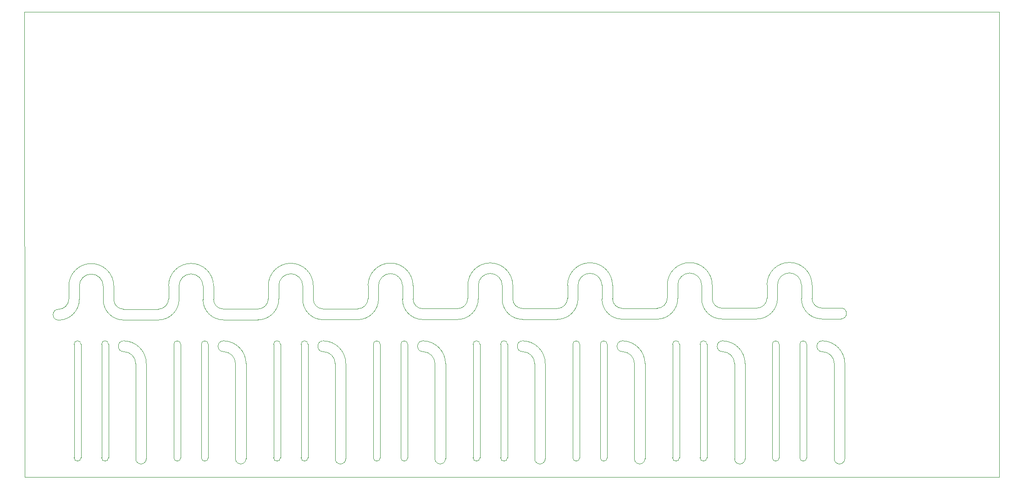
<source format=gbr>
G04 #@! TF.GenerationSoftware,KiCad,Pcbnew,8.0.4-8.0.4-0~ubuntu22.04.1*
G04 #@! TF.CreationDate,2024-08-18T17:23:00+12:00*
G04 #@! TF.ProjectId,PicoPLC,5069636f-504c-4432-9e6b-696361645f70,rev?*
G04 #@! TF.SameCoordinates,Original*
G04 #@! TF.FileFunction,Profile,NP*
%FSLAX46Y46*%
G04 Gerber Fmt 4.6, Leading zero omitted, Abs format (unit mm)*
G04 Created by KiCad (PCBNEW 8.0.4-8.0.4-0~ubuntu22.04.1) date 2024-08-18 17:23:00*
%MOMM*%
%LPD*%
G01*
G04 APERTURE LIST*
G04 #@! TA.AperFunction,Profile*
%ADD10C,0.050000*%
G04 #@! TD*
G04 APERTURE END LIST*
D10*
X177501234Y-109070000D02*
G75*
G02*
X179705000Y-106866234I2203766J0D01*
G01*
X182880000Y-140970000D02*
G75*
G02*
X181610000Y-140970000I-635000J0D01*
G01*
X148875000Y-121385000D02*
G75*
G02*
X148875000Y-119383600I0J1000700D01*
G01*
X204185000Y-121385000D02*
G75*
G02*
X206390000Y-123590000I0J-2205000D01*
G01*
X83487080Y-109220000D02*
X83487080Y-111620781D01*
X194945000Y-120015000D02*
X194945000Y-140970000D01*
X140671234Y-111593020D02*
G75*
G02*
X136825000Y-115439234I-3846234J20D01*
G01*
X93580000Y-115499254D02*
G75*
G02*
X89834846Y-111754134I0J3745154D01*
G01*
X79374038Y-123590000D02*
X79374038Y-141160481D01*
X201295000Y-120015000D02*
X201295000Y-140970000D01*
X112045000Y-119383607D02*
G75*
G02*
X116204062Y-123590000I-47600J-4206393D01*
G01*
X56898000Y-144577500D02*
X236891000Y-144577500D01*
X148825000Y-115409254D02*
G75*
G02*
X145079846Y-111664134I0J3745154D01*
G01*
X118410000Y-113467861D02*
X111995000Y-113467861D01*
X200025000Y-120015000D02*
X200025000Y-140970000D01*
X157147080Y-109100000D02*
G75*
G02*
X161290000Y-104957080I4142920J0D01*
G01*
X83487080Y-111620781D02*
G75*
G02*
X81580000Y-113527880I-1907080J-19D01*
G01*
X198120000Y-106836234D02*
G75*
G02*
X200324966Y-109041234I0J-2204966D01*
G01*
X193977080Y-111440781D02*
G75*
G02*
X192070000Y-113347880I-1907080J-19D01*
G01*
X69215000Y-107046234D02*
G75*
G02*
X71419966Y-109250000I1200J-2203766D01*
G01*
X67011234Y-109250000D02*
X67011234Y-111713020D01*
X200025000Y-120015000D02*
G75*
G02*
X201295000Y-120015000I635000J0D01*
G01*
X148825000Y-113407861D02*
G75*
G02*
X147034039Y-111616899I0J1790961D01*
G01*
X84455000Y-120015000D02*
X84455000Y-140970000D01*
X159086234Y-109100000D02*
G75*
G02*
X161290000Y-106896234I2203766J0D01*
G01*
X93580000Y-113497861D02*
G75*
G02*
X91789039Y-111706899I0J1790961D01*
G01*
X72390000Y-120015000D02*
X72390000Y-140970000D01*
X192070000Y-113347861D02*
X185655000Y-113347861D01*
X204185000Y-119383607D02*
G75*
G02*
X208344062Y-123590000I-47600J-4206393D01*
G01*
X171449038Y-141160481D02*
G75*
G02*
X169494880Y-141160481I-977079J-3D01*
G01*
X101902080Y-111590781D02*
G75*
G02*
X99995000Y-113497880I-1907080J-19D01*
G01*
X124460000Y-106956234D02*
G75*
G02*
X126664966Y-109160000I1200J-2203766D01*
G01*
X71420000Y-109250000D02*
X71419880Y-111784134D01*
X181910000Y-109070000D02*
X181909880Y-111604134D01*
X97789038Y-123590000D02*
X97789038Y-141160481D01*
X89535000Y-120015000D02*
G75*
G02*
X90805000Y-120015000I635000J0D01*
G01*
X95835000Y-123590000D02*
X95834880Y-141160481D01*
X111995000Y-113467861D02*
G75*
G02*
X110204039Y-111676899I0J1790961D01*
G01*
X121285000Y-120015000D02*
X121285000Y-140970000D01*
X122256234Y-109160000D02*
G75*
G02*
X124460000Y-106956234I2203766J0D01*
G01*
X148875000Y-119383607D02*
G75*
G02*
X153034062Y-123590000I-47600J-4206393D01*
G01*
X111995000Y-115469254D02*
G75*
G02*
X108249846Y-111724134I0J3745154D01*
G01*
X163195000Y-120015000D02*
X163195000Y-140970000D01*
X130410000Y-113437861D02*
G75*
G02*
X128619039Y-111646899I0J1790961D01*
G01*
X107950000Y-120015000D02*
G75*
G02*
X109220000Y-120015000I635000J0D01*
G01*
X85426234Y-109220000D02*
G75*
G02*
X87630000Y-107016234I2203766J0D01*
G01*
X185655000Y-113347861D02*
G75*
G02*
X183864039Y-111556899I0J1790961D01*
G01*
X99995000Y-113497861D02*
X93580000Y-113497861D01*
X89535000Y-120015000D02*
X89535000Y-140970000D01*
X65072080Y-111650781D02*
G75*
G02*
X63165000Y-113557880I-1907080J-19D01*
G01*
X196215000Y-140970000D02*
G75*
G02*
X194945000Y-140970000I-635000J0D01*
G01*
X159086234Y-111563020D02*
G75*
G02*
X155240000Y-115409234I-3846234J20D01*
G01*
X181610000Y-120015000D02*
X181610000Y-140970000D01*
X130460000Y-119383607D02*
G75*
G02*
X134619062Y-123590000I-47600J-4206393D01*
G01*
X111995000Y-115469254D02*
X118410000Y-115469254D01*
X165449038Y-109116118D02*
X165449038Y-111586899D01*
X195916234Y-109040000D02*
X195916234Y-111503020D01*
X67310000Y-120015000D02*
X67310000Y-140970000D01*
X159086234Y-109100000D02*
X159086234Y-111563020D01*
X167240000Y-115379254D02*
X173655000Y-115379254D01*
X93630000Y-121385000D02*
G75*
G02*
X93630000Y-119383600I0J1000700D01*
G01*
X122555000Y-120015000D02*
X122555000Y-140970000D01*
X185770000Y-121385000D02*
G75*
G02*
X187975000Y-123590000I0J-2205000D01*
G01*
X120317080Y-109160000D02*
X120317080Y-111560781D01*
X195916234Y-111503020D02*
G75*
G02*
X192070000Y-115349234I-3846234J20D01*
G01*
X110204038Y-109206118D02*
X110204038Y-111676899D01*
X175562080Y-109070000D02*
G75*
G02*
X179705000Y-104927080I4142920J0D01*
G01*
X207645000Y-113317861D02*
X204070000Y-113317861D01*
X176530000Y-120015000D02*
X176530000Y-140970000D01*
X126665000Y-109160000D02*
X126664880Y-111694134D01*
X120317080Y-111560781D02*
G75*
G02*
X118410000Y-113467880I-1907080J-19D01*
G01*
X204070000Y-115319254D02*
X207645000Y-115319254D01*
X207645000Y-113317861D02*
G75*
G02*
X207645000Y-115319339I0J-1000739D01*
G01*
X65072080Y-109250000D02*
G75*
G02*
X69215000Y-105107080I4142920J0D01*
G01*
X109220000Y-140970000D02*
G75*
G02*
X107950000Y-140970000I-635000J0D01*
G01*
X138732080Y-111530781D02*
G75*
G02*
X136825000Y-113437880I-1907080J-19D01*
G01*
X179705000Y-104927080D02*
G75*
G02*
X183864020Y-109086118I0J-4159020D01*
G01*
X181610000Y-120015000D02*
G75*
G02*
X182880000Y-120015000I635000J0D01*
G01*
X106045000Y-105047080D02*
G75*
G02*
X110204020Y-109206118I0J-4159020D01*
G01*
X144780000Y-120015000D02*
G75*
G02*
X146050000Y-120015000I635000J0D01*
G01*
X103841234Y-109190000D02*
X103841234Y-111653020D01*
X66040000Y-120015000D02*
X66040000Y-140970000D01*
X193977080Y-109040000D02*
G75*
G02*
X198120000Y-104897080I4142920J0D01*
G01*
X130460000Y-121385000D02*
G75*
G02*
X130460000Y-119383600I0J1000700D01*
G01*
X177501234Y-111533020D02*
G75*
G02*
X173655000Y-115379234I-3846234J20D01*
G01*
X130460000Y-121385000D02*
G75*
G02*
X132665000Y-123590000I0J-2205000D01*
G01*
X114250000Y-123590000D02*
X114249880Y-141160481D01*
X161290000Y-106896234D02*
G75*
G02*
X163494966Y-109100000I1200J-2203766D01*
G01*
X208344038Y-123590000D02*
X208344038Y-141160481D01*
X122555000Y-140970000D02*
G75*
G02*
X121285000Y-140970000I-635000J0D01*
G01*
X89835000Y-109220000D02*
X89834880Y-111754134D01*
X144780000Y-120015000D02*
X144780000Y-140970000D01*
X202279038Y-109040000D02*
X202279038Y-111526899D01*
X206390000Y-123590000D02*
X206389880Y-141160481D01*
X204070000Y-113317861D02*
G75*
G02*
X202279039Y-111526899I0J1790961D01*
G01*
X75165000Y-115529254D02*
X81580000Y-115529254D01*
X75215000Y-119383607D02*
G75*
G02*
X79374062Y-123590000I-47600J-4206393D01*
G01*
X236891000Y-58577896D02*
X56891000Y-58577896D01*
X69215000Y-105107080D02*
G75*
G02*
X73374020Y-109266118I0J-4159020D01*
G01*
X167290000Y-119383607D02*
G75*
G02*
X171449062Y-123590000I-47600J-4206393D01*
G01*
X204070000Y-115319254D02*
G75*
G02*
X200324846Y-111574134I0J3745154D01*
G01*
X187975000Y-123590000D02*
X187974880Y-141160481D01*
X81580000Y-113527861D02*
X75165000Y-113527861D01*
X189929038Y-123590000D02*
X189929038Y-141160481D01*
X128619038Y-109176118D02*
X128619038Y-111646899D01*
X87630000Y-105077080D02*
G75*
G02*
X91789020Y-109236118I0J-4159020D01*
G01*
X151080000Y-123590000D02*
X151079880Y-141160481D01*
X177501234Y-109070000D02*
X177501234Y-111533020D01*
X93630000Y-121385000D02*
G75*
G02*
X95835000Y-123590000I0J-2205000D01*
G01*
X189929038Y-141160481D02*
G75*
G02*
X187974880Y-141160481I-977079J-3D01*
G01*
X146050000Y-140970000D02*
G75*
G02*
X144780000Y-140970000I-635000J0D01*
G01*
X106045000Y-106985000D02*
G75*
G02*
X108250000Y-109190000I0J-2205000D01*
G01*
X103841234Y-109190000D02*
G75*
G02*
X106045000Y-106985034I2204966J0D01*
G01*
X71120000Y-120015000D02*
G75*
G02*
X72390000Y-120015000I635000J0D01*
G01*
X84455000Y-120015000D02*
G75*
G02*
X85725000Y-120015000I635000J0D01*
G01*
X107950000Y-120015000D02*
X107950000Y-140970000D01*
X159385000Y-120015000D02*
X159385000Y-140970000D01*
X85426234Y-111683020D02*
G75*
G02*
X81580000Y-115529234I-3846234J20D01*
G01*
X136825000Y-113437861D02*
X130410000Y-113437861D01*
X175562080Y-109070000D02*
X175562080Y-111470781D01*
X134619038Y-141160481D02*
G75*
G02*
X132664880Y-141160481I-977079J-3D01*
G01*
X130410000Y-115439254D02*
X136825000Y-115439254D01*
X200325000Y-109041234D02*
X200324880Y-111574134D01*
X101902080Y-109190000D02*
X101902080Y-111590781D01*
X195916234Y-109040000D02*
G75*
G02*
X198120000Y-106836234I2203766J0D01*
G01*
X140970000Y-120015000D02*
X140970000Y-140970000D01*
X83487080Y-109220000D02*
G75*
G02*
X87630000Y-105077080I4142920J0D01*
G01*
X121285000Y-120015000D02*
G75*
G02*
X122555000Y-120015000I635000J0D01*
G01*
X75165000Y-115529254D02*
G75*
G02*
X71419846Y-111784134I0J3745154D01*
G01*
X67011234Y-111713020D02*
G75*
G02*
X63165000Y-115559234I-3846234J20D01*
G01*
X124460000Y-105017080D02*
G75*
G02*
X128619020Y-109176118I0J-4159020D01*
G01*
X185770000Y-121385000D02*
G75*
G02*
X185770000Y-119383600I0J1000700D01*
G01*
X164465000Y-140970000D02*
G75*
G02*
X163195000Y-140970000I-635000J0D01*
G01*
X140671234Y-109130000D02*
X140671234Y-111593020D01*
X161290000Y-104957080D02*
G75*
G02*
X165449020Y-109116118I0J-4159020D01*
G01*
X140671234Y-109130000D02*
G75*
G02*
X142875000Y-106925034I2204966J0D01*
G01*
X87630000Y-107016234D02*
G75*
G02*
X89834966Y-109220000I1200J-2203766D01*
G01*
X90805000Y-120015000D02*
X90805000Y-140970000D01*
X120317080Y-109160000D02*
G75*
G02*
X124460000Y-105017080I4142920J0D01*
G01*
X185655000Y-115349254D02*
X192070000Y-115349254D01*
X79374038Y-141160481D02*
G75*
G02*
X77419880Y-141160481I-977079J-3D01*
G01*
X153034038Y-123590000D02*
X153034038Y-141160481D01*
X93630000Y-119383607D02*
G75*
G02*
X97789062Y-123590000I-47600J-4206393D01*
G01*
X85725000Y-140970000D02*
G75*
G02*
X84455000Y-140970000I-635000J0D01*
G01*
X132665000Y-123590000D02*
X132664880Y-141160481D01*
X103841234Y-111653020D02*
G75*
G02*
X99995000Y-115499234I-3846234J20D01*
G01*
X108250000Y-109190000D02*
X108249880Y-111724134D01*
X75165000Y-113527861D02*
G75*
G02*
X73374039Y-111736899I0J1790961D01*
G01*
X104140000Y-120015000D02*
X104140000Y-140970000D01*
X157147080Y-111500781D02*
G75*
G02*
X155240000Y-113407880I-1907080J-19D01*
G01*
X91789038Y-109236118D02*
X91789038Y-111706899D01*
X90805000Y-140970000D02*
G75*
G02*
X89535000Y-140970000I-635000J0D01*
G01*
X122256234Y-109160000D02*
X122256234Y-111623020D01*
X101902080Y-109190000D02*
G75*
G02*
X106045000Y-105047080I4142920J0D01*
G01*
X158115000Y-120015000D02*
G75*
G02*
X159385000Y-120015000I635000J0D01*
G01*
X201295000Y-140970000D02*
G75*
G02*
X200025000Y-140970000I-635000J0D01*
G01*
X185655000Y-115349254D02*
G75*
G02*
X181909846Y-111604134I0J3745154D01*
G01*
X148825000Y-115409254D02*
X155240000Y-115409254D01*
X167240000Y-115379254D02*
G75*
G02*
X163494846Y-111634134I0J3745154D01*
G01*
X179705000Y-106866234D02*
G75*
G02*
X181909966Y-109070000I1200J-2203766D01*
G01*
X109220000Y-120015000D02*
X109220000Y-140970000D01*
X173655000Y-113377861D02*
X167240000Y-113377861D01*
X97789038Y-141160481D02*
G75*
G02*
X95834880Y-141160481I-977079J-3D01*
G01*
X102870000Y-120015000D02*
X102870000Y-140970000D01*
X147034038Y-109146118D02*
X147034038Y-111616899D01*
X196215000Y-120015000D02*
X196215000Y-140970000D01*
X153034038Y-141160481D02*
G75*
G02*
X151079880Y-141160481I-977079J-3D01*
G01*
X126365000Y-120015000D02*
G75*
G02*
X127635000Y-120015000I635000J0D01*
G01*
X63165000Y-115559254D02*
G75*
G02*
X63165000Y-113557946I0J1000654D01*
G01*
X130410000Y-115439254D02*
G75*
G02*
X126664846Y-111694134I0J3745154D01*
G01*
X127635000Y-140970000D02*
G75*
G02*
X126365000Y-140970000I-635000J0D01*
G01*
X140970000Y-140970000D02*
G75*
G02*
X139700000Y-140970000I-635000J0D01*
G01*
X66040000Y-120015000D02*
G75*
G02*
X67310000Y-120015000I635000J0D01*
G01*
X85426234Y-109220000D02*
X85426234Y-111683020D01*
X104140000Y-140970000D02*
G75*
G02*
X102870000Y-140970000I-635000J0D01*
G01*
X145080000Y-109130000D02*
X145079880Y-111664134D01*
X67011234Y-109250000D02*
G75*
G02*
X69215000Y-107046234I2203766J0D01*
G01*
X85725000Y-120015000D02*
X85725000Y-140970000D01*
X139700000Y-120015000D02*
G75*
G02*
X140970000Y-120015000I635000J0D01*
G01*
X138732080Y-109130000D02*
X138732080Y-111530781D01*
X182880000Y-120015000D02*
X182880000Y-140970000D01*
X127635000Y-120015000D02*
X127635000Y-140970000D01*
X167240000Y-113377861D02*
G75*
G02*
X165449039Y-111586899I0J1790961D01*
G01*
X177800000Y-140970000D02*
G75*
G02*
X176530000Y-140970000I-635000J0D01*
G01*
X177800000Y-120015000D02*
X177800000Y-140970000D01*
X67310000Y-140970000D02*
G75*
G02*
X66040000Y-140970000I-635000J0D01*
G01*
X157147080Y-109100000D02*
X157147080Y-111500781D01*
X77420000Y-123590000D02*
X77419880Y-141160481D01*
X163495000Y-109100000D02*
X163494880Y-111634134D01*
X176530000Y-120015000D02*
G75*
G02*
X177800000Y-120015000I635000J0D01*
G01*
X171449038Y-123590000D02*
X171449038Y-141160481D01*
X65072080Y-109250000D02*
X65072080Y-111650781D01*
X116204038Y-141160481D02*
G75*
G02*
X114249880Y-141160481I-977079J-3D01*
G01*
X183864038Y-109086118D02*
X183864038Y-111556899D01*
X72390000Y-140970000D02*
G75*
G02*
X71120000Y-140970000I-635000J0D01*
G01*
X75215000Y-121385000D02*
G75*
G02*
X77420000Y-123590000I0J-2205000D01*
G01*
X159385000Y-140970000D02*
G75*
G02*
X158115000Y-140970000I-635000J0D01*
G01*
X116204038Y-123590000D02*
X116204038Y-141160481D01*
X167290000Y-121385000D02*
G75*
G02*
X169495000Y-123590000I0J-2205000D01*
G01*
X93580000Y-115499254D02*
X99995000Y-115499254D01*
X56898000Y-144577500D02*
X56891000Y-58577896D01*
X167290000Y-121385000D02*
G75*
G02*
X167290000Y-119383600I0J1000700D01*
G01*
X142875000Y-106925000D02*
G75*
G02*
X145080000Y-109130000I0J-2205000D01*
G01*
X198120000Y-104897080D02*
G75*
G02*
X202279051Y-109040000I16100J-4142920D01*
G01*
X155240000Y-113407861D02*
X148825000Y-113407861D01*
X138732080Y-109130000D02*
G75*
G02*
X142875000Y-104987080I4142920J0D01*
G01*
X126365000Y-120015000D02*
X126365000Y-140970000D01*
X71120000Y-120015000D02*
X71120000Y-140970000D01*
X169495000Y-123590000D02*
X169494880Y-141160481D01*
X204185000Y-121385000D02*
G75*
G02*
X204185000Y-119383600I0J1000700D01*
G01*
X122256234Y-111623020D02*
G75*
G02*
X118410000Y-115469234I-3846234J20D01*
G01*
X194945000Y-120015000D02*
G75*
G02*
X196215000Y-120015000I635000J0D01*
G01*
X158115000Y-120015000D02*
X158115000Y-140970000D01*
X146050000Y-120015000D02*
X146050000Y-140970000D01*
X163195000Y-120015000D02*
G75*
G02*
X164465000Y-120015000I635000J0D01*
G01*
X164465000Y-120015000D02*
X164465000Y-140970000D01*
X193977080Y-109040000D02*
X193977080Y-111440781D01*
X208344038Y-141160481D02*
G75*
G02*
X206389880Y-141160481I-977079J-3D01*
G01*
X102870000Y-120015000D02*
G75*
G02*
X104140000Y-120015000I635000J0D01*
G01*
X148875000Y-121385000D02*
G75*
G02*
X151080000Y-123590000I0J-2205000D01*
G01*
X75215000Y-121385000D02*
G75*
G02*
X75215000Y-119383600I0J1000700D01*
G01*
X134619038Y-123590000D02*
X134619038Y-141160481D01*
X73374038Y-109266118D02*
X73374038Y-111736899D01*
X175562080Y-111470781D02*
G75*
G02*
X173655000Y-113377880I-1907080J-19D01*
G01*
X112045000Y-121385000D02*
G75*
G02*
X114250000Y-123590000I0J-2205000D01*
G01*
X142875000Y-104987080D02*
G75*
G02*
X147034020Y-109146118I0J-4159020D01*
G01*
X112045000Y-121385000D02*
G75*
G02*
X112045000Y-119383600I0J1000700D01*
G01*
X185770000Y-119383607D02*
G75*
G02*
X189929062Y-123590000I-47600J-4206393D01*
G01*
X139700000Y-120015000D02*
X139700000Y-140970000D01*
X236891000Y-144577500D02*
X236891000Y-58577896D01*
M02*

</source>
